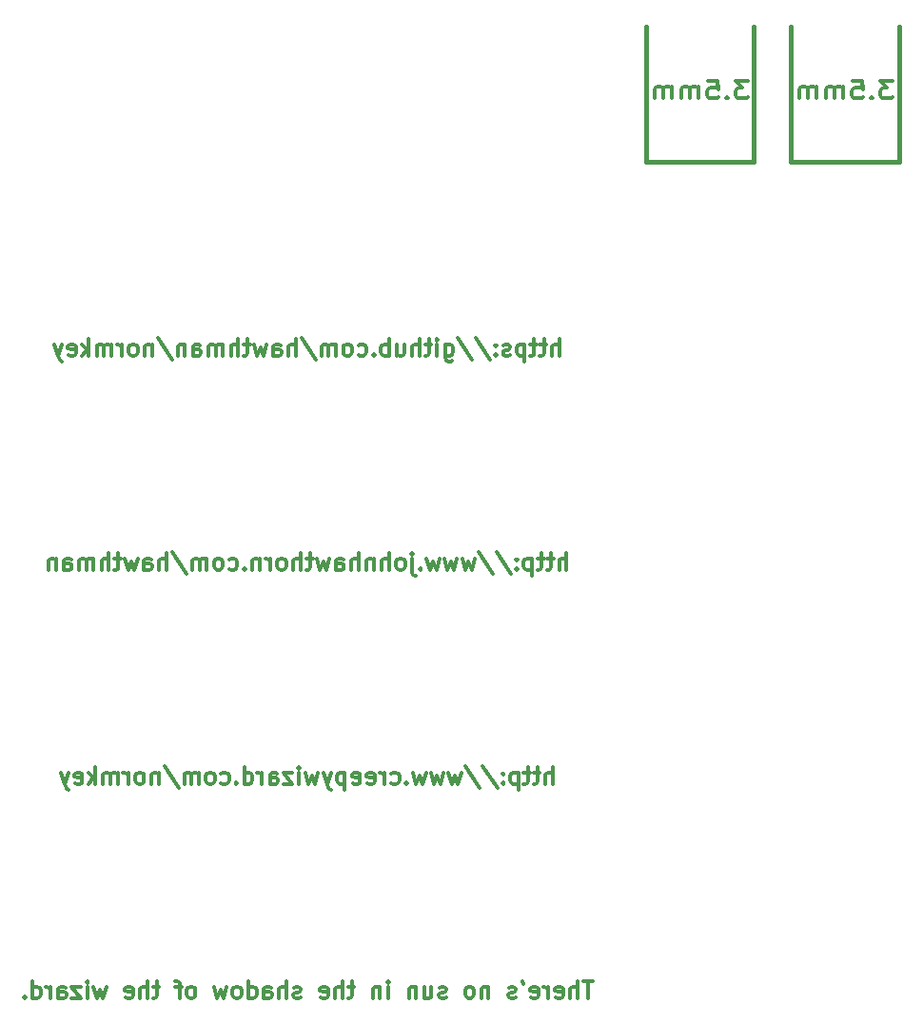
<source format=gbr>
G04 #@! TF.FileFunction,Legend,Bot*
%FSLAX46Y46*%
G04 Gerber Fmt 4.6, Leading zero omitted, Abs format (unit mm)*
G04 Created by KiCad (PCBNEW 4.0.4-stable) date Tue Dec 20 19:00:27 2016*
%MOMM*%
%LPD*%
G01*
G04 APERTURE LIST*
%ADD10C,0.100000*%
%ADD11C,0.300000*%
%ADD12C,0.381000*%
%ADD13C,0.304800*%
G04 APERTURE END LIST*
D10*
D11*
X117007859Y-53408971D02*
X117007859Y-51908971D01*
X116365002Y-53408971D02*
X116365002Y-52623257D01*
X116436431Y-52480400D01*
X116579288Y-52408971D01*
X116793573Y-52408971D01*
X116936431Y-52480400D01*
X117007859Y-52551829D01*
X115865002Y-52408971D02*
X115293573Y-52408971D01*
X115650716Y-51908971D02*
X115650716Y-53194686D01*
X115579288Y-53337543D01*
X115436430Y-53408971D01*
X115293573Y-53408971D01*
X115007859Y-52408971D02*
X114436430Y-52408971D01*
X114793573Y-51908971D02*
X114793573Y-53194686D01*
X114722145Y-53337543D01*
X114579287Y-53408971D01*
X114436430Y-53408971D01*
X113936430Y-52408971D02*
X113936430Y-53908971D01*
X113936430Y-52480400D02*
X113793573Y-52408971D01*
X113507859Y-52408971D01*
X113365002Y-52480400D01*
X113293573Y-52551829D01*
X113222144Y-52694686D01*
X113222144Y-53123257D01*
X113293573Y-53266114D01*
X113365002Y-53337543D01*
X113507859Y-53408971D01*
X113793573Y-53408971D01*
X113936430Y-53337543D01*
X112650716Y-53337543D02*
X112507859Y-53408971D01*
X112222144Y-53408971D01*
X112079287Y-53337543D01*
X112007859Y-53194686D01*
X112007859Y-53123257D01*
X112079287Y-52980400D01*
X112222144Y-52908971D01*
X112436430Y-52908971D01*
X112579287Y-52837543D01*
X112650716Y-52694686D01*
X112650716Y-52623257D01*
X112579287Y-52480400D01*
X112436430Y-52408971D01*
X112222144Y-52408971D01*
X112079287Y-52480400D01*
X111365001Y-53266114D02*
X111293573Y-53337543D01*
X111365001Y-53408971D01*
X111436430Y-53337543D01*
X111365001Y-53266114D01*
X111365001Y-53408971D01*
X111365001Y-52480400D02*
X111293573Y-52551829D01*
X111365001Y-52623257D01*
X111436430Y-52551829D01*
X111365001Y-52480400D01*
X111365001Y-52623257D01*
X109579287Y-51837543D02*
X110865001Y-53766114D01*
X108007858Y-51837543D02*
X109293572Y-53766114D01*
X106865000Y-52408971D02*
X106865000Y-53623257D01*
X106936429Y-53766114D01*
X107007857Y-53837543D01*
X107150714Y-53908971D01*
X107365000Y-53908971D01*
X107507857Y-53837543D01*
X106865000Y-53337543D02*
X107007857Y-53408971D01*
X107293571Y-53408971D01*
X107436429Y-53337543D01*
X107507857Y-53266114D01*
X107579286Y-53123257D01*
X107579286Y-52694686D01*
X107507857Y-52551829D01*
X107436429Y-52480400D01*
X107293571Y-52408971D01*
X107007857Y-52408971D01*
X106865000Y-52480400D01*
X106150714Y-53408971D02*
X106150714Y-52408971D01*
X106150714Y-51908971D02*
X106222143Y-51980400D01*
X106150714Y-52051829D01*
X106079286Y-51980400D01*
X106150714Y-51908971D01*
X106150714Y-52051829D01*
X105650714Y-52408971D02*
X105079285Y-52408971D01*
X105436428Y-51908971D02*
X105436428Y-53194686D01*
X105365000Y-53337543D01*
X105222142Y-53408971D01*
X105079285Y-53408971D01*
X104579285Y-53408971D02*
X104579285Y-51908971D01*
X103936428Y-53408971D02*
X103936428Y-52623257D01*
X104007857Y-52480400D01*
X104150714Y-52408971D01*
X104364999Y-52408971D01*
X104507857Y-52480400D01*
X104579285Y-52551829D01*
X102579285Y-52408971D02*
X102579285Y-53408971D01*
X103222142Y-52408971D02*
X103222142Y-53194686D01*
X103150714Y-53337543D01*
X103007856Y-53408971D01*
X102793571Y-53408971D01*
X102650714Y-53337543D01*
X102579285Y-53266114D01*
X101864999Y-53408971D02*
X101864999Y-51908971D01*
X101864999Y-52480400D02*
X101722142Y-52408971D01*
X101436428Y-52408971D01*
X101293571Y-52480400D01*
X101222142Y-52551829D01*
X101150713Y-52694686D01*
X101150713Y-53123257D01*
X101222142Y-53266114D01*
X101293571Y-53337543D01*
X101436428Y-53408971D01*
X101722142Y-53408971D01*
X101864999Y-53337543D01*
X100507856Y-53266114D02*
X100436428Y-53337543D01*
X100507856Y-53408971D01*
X100579285Y-53337543D01*
X100507856Y-53266114D01*
X100507856Y-53408971D01*
X99150713Y-53337543D02*
X99293570Y-53408971D01*
X99579284Y-53408971D01*
X99722142Y-53337543D01*
X99793570Y-53266114D01*
X99864999Y-53123257D01*
X99864999Y-52694686D01*
X99793570Y-52551829D01*
X99722142Y-52480400D01*
X99579284Y-52408971D01*
X99293570Y-52408971D01*
X99150713Y-52480400D01*
X98293570Y-53408971D02*
X98436428Y-53337543D01*
X98507856Y-53266114D01*
X98579285Y-53123257D01*
X98579285Y-52694686D01*
X98507856Y-52551829D01*
X98436428Y-52480400D01*
X98293570Y-52408971D01*
X98079285Y-52408971D01*
X97936428Y-52480400D01*
X97864999Y-52551829D01*
X97793570Y-52694686D01*
X97793570Y-53123257D01*
X97864999Y-53266114D01*
X97936428Y-53337543D01*
X98079285Y-53408971D01*
X98293570Y-53408971D01*
X97150713Y-53408971D02*
X97150713Y-52408971D01*
X97150713Y-52551829D02*
X97079285Y-52480400D01*
X96936427Y-52408971D01*
X96722142Y-52408971D01*
X96579285Y-52480400D01*
X96507856Y-52623257D01*
X96507856Y-53408971D01*
X96507856Y-52623257D02*
X96436427Y-52480400D01*
X96293570Y-52408971D01*
X96079285Y-52408971D01*
X95936427Y-52480400D01*
X95864999Y-52623257D01*
X95864999Y-53408971D01*
X94079285Y-51837543D02*
X95364999Y-53766114D01*
X93579284Y-53408971D02*
X93579284Y-51908971D01*
X92936427Y-53408971D02*
X92936427Y-52623257D01*
X93007856Y-52480400D01*
X93150713Y-52408971D01*
X93364998Y-52408971D01*
X93507856Y-52480400D01*
X93579284Y-52551829D01*
X91579284Y-53408971D02*
X91579284Y-52623257D01*
X91650713Y-52480400D01*
X91793570Y-52408971D01*
X92079284Y-52408971D01*
X92222141Y-52480400D01*
X91579284Y-53337543D02*
X91722141Y-53408971D01*
X92079284Y-53408971D01*
X92222141Y-53337543D01*
X92293570Y-53194686D01*
X92293570Y-53051829D01*
X92222141Y-52908971D01*
X92079284Y-52837543D01*
X91722141Y-52837543D01*
X91579284Y-52766114D01*
X91007855Y-52408971D02*
X90722141Y-53408971D01*
X90436427Y-52694686D01*
X90150712Y-53408971D01*
X89864998Y-52408971D01*
X89507855Y-52408971D02*
X88936426Y-52408971D01*
X89293569Y-51908971D02*
X89293569Y-53194686D01*
X89222141Y-53337543D01*
X89079283Y-53408971D01*
X88936426Y-53408971D01*
X88436426Y-53408971D02*
X88436426Y-51908971D01*
X87793569Y-53408971D02*
X87793569Y-52623257D01*
X87864998Y-52480400D01*
X88007855Y-52408971D01*
X88222140Y-52408971D01*
X88364998Y-52480400D01*
X88436426Y-52551829D01*
X87079283Y-53408971D02*
X87079283Y-52408971D01*
X87079283Y-52551829D02*
X87007855Y-52480400D01*
X86864997Y-52408971D01*
X86650712Y-52408971D01*
X86507855Y-52480400D01*
X86436426Y-52623257D01*
X86436426Y-53408971D01*
X86436426Y-52623257D02*
X86364997Y-52480400D01*
X86222140Y-52408971D01*
X86007855Y-52408971D01*
X85864997Y-52480400D01*
X85793569Y-52623257D01*
X85793569Y-53408971D01*
X84436426Y-53408971D02*
X84436426Y-52623257D01*
X84507855Y-52480400D01*
X84650712Y-52408971D01*
X84936426Y-52408971D01*
X85079283Y-52480400D01*
X84436426Y-53337543D02*
X84579283Y-53408971D01*
X84936426Y-53408971D01*
X85079283Y-53337543D01*
X85150712Y-53194686D01*
X85150712Y-53051829D01*
X85079283Y-52908971D01*
X84936426Y-52837543D01*
X84579283Y-52837543D01*
X84436426Y-52766114D01*
X83722140Y-52408971D02*
X83722140Y-53408971D01*
X83722140Y-52551829D02*
X83650712Y-52480400D01*
X83507854Y-52408971D01*
X83293569Y-52408971D01*
X83150712Y-52480400D01*
X83079283Y-52623257D01*
X83079283Y-53408971D01*
X81293569Y-51837543D02*
X82579283Y-53766114D01*
X80793568Y-52408971D02*
X80793568Y-53408971D01*
X80793568Y-52551829D02*
X80722140Y-52480400D01*
X80579282Y-52408971D01*
X80364997Y-52408971D01*
X80222140Y-52480400D01*
X80150711Y-52623257D01*
X80150711Y-53408971D01*
X79222139Y-53408971D02*
X79364997Y-53337543D01*
X79436425Y-53266114D01*
X79507854Y-53123257D01*
X79507854Y-52694686D01*
X79436425Y-52551829D01*
X79364997Y-52480400D01*
X79222139Y-52408971D01*
X79007854Y-52408971D01*
X78864997Y-52480400D01*
X78793568Y-52551829D01*
X78722139Y-52694686D01*
X78722139Y-53123257D01*
X78793568Y-53266114D01*
X78864997Y-53337543D01*
X79007854Y-53408971D01*
X79222139Y-53408971D01*
X78079282Y-53408971D02*
X78079282Y-52408971D01*
X78079282Y-52694686D02*
X78007854Y-52551829D01*
X77936425Y-52480400D01*
X77793568Y-52408971D01*
X77650711Y-52408971D01*
X77150711Y-53408971D02*
X77150711Y-52408971D01*
X77150711Y-52551829D02*
X77079283Y-52480400D01*
X76936425Y-52408971D01*
X76722140Y-52408971D01*
X76579283Y-52480400D01*
X76507854Y-52623257D01*
X76507854Y-53408971D01*
X76507854Y-52623257D02*
X76436425Y-52480400D01*
X76293568Y-52408971D01*
X76079283Y-52408971D01*
X75936425Y-52480400D01*
X75864997Y-52623257D01*
X75864997Y-53408971D01*
X75150711Y-53408971D02*
X75150711Y-51908971D01*
X75007854Y-52837543D02*
X74579283Y-53408971D01*
X74579283Y-52408971D02*
X75150711Y-52980400D01*
X73364997Y-53337543D02*
X73507854Y-53408971D01*
X73793568Y-53408971D01*
X73936425Y-53337543D01*
X74007854Y-53194686D01*
X74007854Y-52623257D01*
X73936425Y-52480400D01*
X73793568Y-52408971D01*
X73507854Y-52408971D01*
X73364997Y-52480400D01*
X73293568Y-52623257D01*
X73293568Y-52766114D01*
X74007854Y-52908971D01*
X72793568Y-52408971D02*
X72436425Y-53408971D01*
X72079283Y-52408971D02*
X72436425Y-53408971D01*
X72579283Y-53766114D01*
X72650711Y-53837543D01*
X72793568Y-53908971D01*
X117650717Y-72458971D02*
X117650717Y-70958971D01*
X117007860Y-72458971D02*
X117007860Y-71673257D01*
X117079289Y-71530400D01*
X117222146Y-71458971D01*
X117436431Y-71458971D01*
X117579289Y-71530400D01*
X117650717Y-71601829D01*
X116507860Y-71458971D02*
X115936431Y-71458971D01*
X116293574Y-70958971D02*
X116293574Y-72244686D01*
X116222146Y-72387543D01*
X116079288Y-72458971D01*
X115936431Y-72458971D01*
X115650717Y-71458971D02*
X115079288Y-71458971D01*
X115436431Y-70958971D02*
X115436431Y-72244686D01*
X115365003Y-72387543D01*
X115222145Y-72458971D01*
X115079288Y-72458971D01*
X114579288Y-71458971D02*
X114579288Y-72958971D01*
X114579288Y-71530400D02*
X114436431Y-71458971D01*
X114150717Y-71458971D01*
X114007860Y-71530400D01*
X113936431Y-71601829D01*
X113865002Y-71744686D01*
X113865002Y-72173257D01*
X113936431Y-72316114D01*
X114007860Y-72387543D01*
X114150717Y-72458971D01*
X114436431Y-72458971D01*
X114579288Y-72387543D01*
X113222145Y-72316114D02*
X113150717Y-72387543D01*
X113222145Y-72458971D01*
X113293574Y-72387543D01*
X113222145Y-72316114D01*
X113222145Y-72458971D01*
X113222145Y-71530400D02*
X113150717Y-71601829D01*
X113222145Y-71673257D01*
X113293574Y-71601829D01*
X113222145Y-71530400D01*
X113222145Y-71673257D01*
X111436431Y-70887543D02*
X112722145Y-72816114D01*
X109865002Y-70887543D02*
X111150716Y-72816114D01*
X109507858Y-71458971D02*
X109222144Y-72458971D01*
X108936430Y-71744686D01*
X108650715Y-72458971D01*
X108365001Y-71458971D01*
X107936429Y-71458971D02*
X107650715Y-72458971D01*
X107365001Y-71744686D01*
X107079286Y-72458971D01*
X106793572Y-71458971D01*
X106365000Y-71458971D02*
X106079286Y-72458971D01*
X105793572Y-71744686D01*
X105507857Y-72458971D01*
X105222143Y-71458971D01*
X104650714Y-72316114D02*
X104579286Y-72387543D01*
X104650714Y-72458971D01*
X104722143Y-72387543D01*
X104650714Y-72316114D01*
X104650714Y-72458971D01*
X103936428Y-71458971D02*
X103936428Y-72744686D01*
X104007857Y-72887543D01*
X104150714Y-72958971D01*
X104222142Y-72958971D01*
X103936428Y-70958971D02*
X104007857Y-71030400D01*
X103936428Y-71101829D01*
X103865000Y-71030400D01*
X103936428Y-70958971D01*
X103936428Y-71101829D01*
X103007856Y-72458971D02*
X103150714Y-72387543D01*
X103222142Y-72316114D01*
X103293571Y-72173257D01*
X103293571Y-71744686D01*
X103222142Y-71601829D01*
X103150714Y-71530400D01*
X103007856Y-71458971D01*
X102793571Y-71458971D01*
X102650714Y-71530400D01*
X102579285Y-71601829D01*
X102507856Y-71744686D01*
X102507856Y-72173257D01*
X102579285Y-72316114D01*
X102650714Y-72387543D01*
X102793571Y-72458971D01*
X103007856Y-72458971D01*
X101864999Y-72458971D02*
X101864999Y-70958971D01*
X101222142Y-72458971D02*
X101222142Y-71673257D01*
X101293571Y-71530400D01*
X101436428Y-71458971D01*
X101650713Y-71458971D01*
X101793571Y-71530400D01*
X101864999Y-71601829D01*
X100507856Y-71458971D02*
X100507856Y-72458971D01*
X100507856Y-71601829D02*
X100436428Y-71530400D01*
X100293570Y-71458971D01*
X100079285Y-71458971D01*
X99936428Y-71530400D01*
X99864999Y-71673257D01*
X99864999Y-72458971D01*
X99150713Y-72458971D02*
X99150713Y-70958971D01*
X98507856Y-72458971D02*
X98507856Y-71673257D01*
X98579285Y-71530400D01*
X98722142Y-71458971D01*
X98936427Y-71458971D01*
X99079285Y-71530400D01*
X99150713Y-71601829D01*
X97150713Y-72458971D02*
X97150713Y-71673257D01*
X97222142Y-71530400D01*
X97364999Y-71458971D01*
X97650713Y-71458971D01*
X97793570Y-71530400D01*
X97150713Y-72387543D02*
X97293570Y-72458971D01*
X97650713Y-72458971D01*
X97793570Y-72387543D01*
X97864999Y-72244686D01*
X97864999Y-72101829D01*
X97793570Y-71958971D01*
X97650713Y-71887543D01*
X97293570Y-71887543D01*
X97150713Y-71816114D01*
X96579284Y-71458971D02*
X96293570Y-72458971D01*
X96007856Y-71744686D01*
X95722141Y-72458971D01*
X95436427Y-71458971D01*
X95079284Y-71458971D02*
X94507855Y-71458971D01*
X94864998Y-70958971D02*
X94864998Y-72244686D01*
X94793570Y-72387543D01*
X94650712Y-72458971D01*
X94507855Y-72458971D01*
X94007855Y-72458971D02*
X94007855Y-70958971D01*
X93364998Y-72458971D02*
X93364998Y-71673257D01*
X93436427Y-71530400D01*
X93579284Y-71458971D01*
X93793569Y-71458971D01*
X93936427Y-71530400D01*
X94007855Y-71601829D01*
X92436426Y-72458971D02*
X92579284Y-72387543D01*
X92650712Y-72316114D01*
X92722141Y-72173257D01*
X92722141Y-71744686D01*
X92650712Y-71601829D01*
X92579284Y-71530400D01*
X92436426Y-71458971D01*
X92222141Y-71458971D01*
X92079284Y-71530400D01*
X92007855Y-71601829D01*
X91936426Y-71744686D01*
X91936426Y-72173257D01*
X92007855Y-72316114D01*
X92079284Y-72387543D01*
X92222141Y-72458971D01*
X92436426Y-72458971D01*
X91293569Y-72458971D02*
X91293569Y-71458971D01*
X91293569Y-71744686D02*
X91222141Y-71601829D01*
X91150712Y-71530400D01*
X91007855Y-71458971D01*
X90864998Y-71458971D01*
X90364998Y-71458971D02*
X90364998Y-72458971D01*
X90364998Y-71601829D02*
X90293570Y-71530400D01*
X90150712Y-71458971D01*
X89936427Y-71458971D01*
X89793570Y-71530400D01*
X89722141Y-71673257D01*
X89722141Y-72458971D01*
X89007855Y-72316114D02*
X88936427Y-72387543D01*
X89007855Y-72458971D01*
X89079284Y-72387543D01*
X89007855Y-72316114D01*
X89007855Y-72458971D01*
X87650712Y-72387543D02*
X87793569Y-72458971D01*
X88079283Y-72458971D01*
X88222141Y-72387543D01*
X88293569Y-72316114D01*
X88364998Y-72173257D01*
X88364998Y-71744686D01*
X88293569Y-71601829D01*
X88222141Y-71530400D01*
X88079283Y-71458971D01*
X87793569Y-71458971D01*
X87650712Y-71530400D01*
X86793569Y-72458971D02*
X86936427Y-72387543D01*
X87007855Y-72316114D01*
X87079284Y-72173257D01*
X87079284Y-71744686D01*
X87007855Y-71601829D01*
X86936427Y-71530400D01*
X86793569Y-71458971D01*
X86579284Y-71458971D01*
X86436427Y-71530400D01*
X86364998Y-71601829D01*
X86293569Y-71744686D01*
X86293569Y-72173257D01*
X86364998Y-72316114D01*
X86436427Y-72387543D01*
X86579284Y-72458971D01*
X86793569Y-72458971D01*
X85650712Y-72458971D02*
X85650712Y-71458971D01*
X85650712Y-71601829D02*
X85579284Y-71530400D01*
X85436426Y-71458971D01*
X85222141Y-71458971D01*
X85079284Y-71530400D01*
X85007855Y-71673257D01*
X85007855Y-72458971D01*
X85007855Y-71673257D02*
X84936426Y-71530400D01*
X84793569Y-71458971D01*
X84579284Y-71458971D01*
X84436426Y-71530400D01*
X84364998Y-71673257D01*
X84364998Y-72458971D01*
X82579284Y-70887543D02*
X83864998Y-72816114D01*
X82079283Y-72458971D02*
X82079283Y-70958971D01*
X81436426Y-72458971D02*
X81436426Y-71673257D01*
X81507855Y-71530400D01*
X81650712Y-71458971D01*
X81864997Y-71458971D01*
X82007855Y-71530400D01*
X82079283Y-71601829D01*
X80079283Y-72458971D02*
X80079283Y-71673257D01*
X80150712Y-71530400D01*
X80293569Y-71458971D01*
X80579283Y-71458971D01*
X80722140Y-71530400D01*
X80079283Y-72387543D02*
X80222140Y-72458971D01*
X80579283Y-72458971D01*
X80722140Y-72387543D01*
X80793569Y-72244686D01*
X80793569Y-72101829D01*
X80722140Y-71958971D01*
X80579283Y-71887543D01*
X80222140Y-71887543D01*
X80079283Y-71816114D01*
X79507854Y-71458971D02*
X79222140Y-72458971D01*
X78936426Y-71744686D01*
X78650711Y-72458971D01*
X78364997Y-71458971D01*
X78007854Y-71458971D02*
X77436425Y-71458971D01*
X77793568Y-70958971D02*
X77793568Y-72244686D01*
X77722140Y-72387543D01*
X77579282Y-72458971D01*
X77436425Y-72458971D01*
X76936425Y-72458971D02*
X76936425Y-70958971D01*
X76293568Y-72458971D02*
X76293568Y-71673257D01*
X76364997Y-71530400D01*
X76507854Y-71458971D01*
X76722139Y-71458971D01*
X76864997Y-71530400D01*
X76936425Y-71601829D01*
X75579282Y-72458971D02*
X75579282Y-71458971D01*
X75579282Y-71601829D02*
X75507854Y-71530400D01*
X75364996Y-71458971D01*
X75150711Y-71458971D01*
X75007854Y-71530400D01*
X74936425Y-71673257D01*
X74936425Y-72458971D01*
X74936425Y-71673257D02*
X74864996Y-71530400D01*
X74722139Y-71458971D01*
X74507854Y-71458971D01*
X74364996Y-71530400D01*
X74293568Y-71673257D01*
X74293568Y-72458971D01*
X72936425Y-72458971D02*
X72936425Y-71673257D01*
X73007854Y-71530400D01*
X73150711Y-71458971D01*
X73436425Y-71458971D01*
X73579282Y-71530400D01*
X72936425Y-72387543D02*
X73079282Y-72458971D01*
X73436425Y-72458971D01*
X73579282Y-72387543D01*
X73650711Y-72244686D01*
X73650711Y-72101829D01*
X73579282Y-71958971D01*
X73436425Y-71887543D01*
X73079282Y-71887543D01*
X72936425Y-71816114D01*
X72222139Y-71458971D02*
X72222139Y-72458971D01*
X72222139Y-71601829D02*
X72150711Y-71530400D01*
X72007853Y-71458971D01*
X71793568Y-71458971D01*
X71650711Y-71530400D01*
X71579282Y-71673257D01*
X71579282Y-72458971D01*
X116436430Y-91508971D02*
X116436430Y-90008971D01*
X115793573Y-91508971D02*
X115793573Y-90723257D01*
X115865002Y-90580400D01*
X116007859Y-90508971D01*
X116222144Y-90508971D01*
X116365002Y-90580400D01*
X116436430Y-90651829D01*
X115293573Y-90508971D02*
X114722144Y-90508971D01*
X115079287Y-90008971D02*
X115079287Y-91294686D01*
X115007859Y-91437543D01*
X114865001Y-91508971D01*
X114722144Y-91508971D01*
X114436430Y-90508971D02*
X113865001Y-90508971D01*
X114222144Y-90008971D02*
X114222144Y-91294686D01*
X114150716Y-91437543D01*
X114007858Y-91508971D01*
X113865001Y-91508971D01*
X113365001Y-90508971D02*
X113365001Y-92008971D01*
X113365001Y-90580400D02*
X113222144Y-90508971D01*
X112936430Y-90508971D01*
X112793573Y-90580400D01*
X112722144Y-90651829D01*
X112650715Y-90794686D01*
X112650715Y-91223257D01*
X112722144Y-91366114D01*
X112793573Y-91437543D01*
X112936430Y-91508971D01*
X113222144Y-91508971D01*
X113365001Y-91437543D01*
X112007858Y-91366114D02*
X111936430Y-91437543D01*
X112007858Y-91508971D01*
X112079287Y-91437543D01*
X112007858Y-91366114D01*
X112007858Y-91508971D01*
X112007858Y-90580400D02*
X111936430Y-90651829D01*
X112007858Y-90723257D01*
X112079287Y-90651829D01*
X112007858Y-90580400D01*
X112007858Y-90723257D01*
X110222144Y-89937543D02*
X111507858Y-91866114D01*
X108650715Y-89937543D02*
X109936429Y-91866114D01*
X108293571Y-90508971D02*
X108007857Y-91508971D01*
X107722143Y-90794686D01*
X107436428Y-91508971D01*
X107150714Y-90508971D01*
X106722142Y-90508971D02*
X106436428Y-91508971D01*
X106150714Y-90794686D01*
X105864999Y-91508971D01*
X105579285Y-90508971D01*
X105150713Y-90508971D02*
X104864999Y-91508971D01*
X104579285Y-90794686D01*
X104293570Y-91508971D01*
X104007856Y-90508971D01*
X103436427Y-91366114D02*
X103364999Y-91437543D01*
X103436427Y-91508971D01*
X103507856Y-91437543D01*
X103436427Y-91366114D01*
X103436427Y-91508971D01*
X102079284Y-91437543D02*
X102222141Y-91508971D01*
X102507855Y-91508971D01*
X102650713Y-91437543D01*
X102722141Y-91366114D01*
X102793570Y-91223257D01*
X102793570Y-90794686D01*
X102722141Y-90651829D01*
X102650713Y-90580400D01*
X102507855Y-90508971D01*
X102222141Y-90508971D01*
X102079284Y-90580400D01*
X101436427Y-91508971D02*
X101436427Y-90508971D01*
X101436427Y-90794686D02*
X101364999Y-90651829D01*
X101293570Y-90580400D01*
X101150713Y-90508971D01*
X101007856Y-90508971D01*
X99936428Y-91437543D02*
X100079285Y-91508971D01*
X100364999Y-91508971D01*
X100507856Y-91437543D01*
X100579285Y-91294686D01*
X100579285Y-90723257D01*
X100507856Y-90580400D01*
X100364999Y-90508971D01*
X100079285Y-90508971D01*
X99936428Y-90580400D01*
X99864999Y-90723257D01*
X99864999Y-90866114D01*
X100579285Y-91008971D01*
X98650714Y-91437543D02*
X98793571Y-91508971D01*
X99079285Y-91508971D01*
X99222142Y-91437543D01*
X99293571Y-91294686D01*
X99293571Y-90723257D01*
X99222142Y-90580400D01*
X99079285Y-90508971D01*
X98793571Y-90508971D01*
X98650714Y-90580400D01*
X98579285Y-90723257D01*
X98579285Y-90866114D01*
X99293571Y-91008971D01*
X97936428Y-90508971D02*
X97936428Y-92008971D01*
X97936428Y-90580400D02*
X97793571Y-90508971D01*
X97507857Y-90508971D01*
X97365000Y-90580400D01*
X97293571Y-90651829D01*
X97222142Y-90794686D01*
X97222142Y-91223257D01*
X97293571Y-91366114D01*
X97365000Y-91437543D01*
X97507857Y-91508971D01*
X97793571Y-91508971D01*
X97936428Y-91437543D01*
X96722142Y-90508971D02*
X96364999Y-91508971D01*
X96007857Y-90508971D02*
X96364999Y-91508971D01*
X96507857Y-91866114D01*
X96579285Y-91937543D01*
X96722142Y-92008971D01*
X95579285Y-90508971D02*
X95293571Y-91508971D01*
X95007857Y-90794686D01*
X94722142Y-91508971D01*
X94436428Y-90508971D01*
X93864999Y-91508971D02*
X93864999Y-90508971D01*
X93864999Y-90008971D02*
X93936428Y-90080400D01*
X93864999Y-90151829D01*
X93793571Y-90080400D01*
X93864999Y-90008971D01*
X93864999Y-90151829D01*
X93293570Y-90508971D02*
X92507856Y-90508971D01*
X93293570Y-91508971D01*
X92507856Y-91508971D01*
X91293570Y-91508971D02*
X91293570Y-90723257D01*
X91364999Y-90580400D01*
X91507856Y-90508971D01*
X91793570Y-90508971D01*
X91936427Y-90580400D01*
X91293570Y-91437543D02*
X91436427Y-91508971D01*
X91793570Y-91508971D01*
X91936427Y-91437543D01*
X92007856Y-91294686D01*
X92007856Y-91151829D01*
X91936427Y-91008971D01*
X91793570Y-90937543D01*
X91436427Y-90937543D01*
X91293570Y-90866114D01*
X90579284Y-91508971D02*
X90579284Y-90508971D01*
X90579284Y-90794686D02*
X90507856Y-90651829D01*
X90436427Y-90580400D01*
X90293570Y-90508971D01*
X90150713Y-90508971D01*
X89007856Y-91508971D02*
X89007856Y-90008971D01*
X89007856Y-91437543D02*
X89150713Y-91508971D01*
X89436427Y-91508971D01*
X89579285Y-91437543D01*
X89650713Y-91366114D01*
X89722142Y-91223257D01*
X89722142Y-90794686D01*
X89650713Y-90651829D01*
X89579285Y-90580400D01*
X89436427Y-90508971D01*
X89150713Y-90508971D01*
X89007856Y-90580400D01*
X88293570Y-91366114D02*
X88222142Y-91437543D01*
X88293570Y-91508971D01*
X88364999Y-91437543D01*
X88293570Y-91366114D01*
X88293570Y-91508971D01*
X86936427Y-91437543D02*
X87079284Y-91508971D01*
X87364998Y-91508971D01*
X87507856Y-91437543D01*
X87579284Y-91366114D01*
X87650713Y-91223257D01*
X87650713Y-90794686D01*
X87579284Y-90651829D01*
X87507856Y-90580400D01*
X87364998Y-90508971D01*
X87079284Y-90508971D01*
X86936427Y-90580400D01*
X86079284Y-91508971D02*
X86222142Y-91437543D01*
X86293570Y-91366114D01*
X86364999Y-91223257D01*
X86364999Y-90794686D01*
X86293570Y-90651829D01*
X86222142Y-90580400D01*
X86079284Y-90508971D01*
X85864999Y-90508971D01*
X85722142Y-90580400D01*
X85650713Y-90651829D01*
X85579284Y-90794686D01*
X85579284Y-91223257D01*
X85650713Y-91366114D01*
X85722142Y-91437543D01*
X85864999Y-91508971D01*
X86079284Y-91508971D01*
X84936427Y-91508971D02*
X84936427Y-90508971D01*
X84936427Y-90651829D02*
X84864999Y-90580400D01*
X84722141Y-90508971D01*
X84507856Y-90508971D01*
X84364999Y-90580400D01*
X84293570Y-90723257D01*
X84293570Y-91508971D01*
X84293570Y-90723257D02*
X84222141Y-90580400D01*
X84079284Y-90508971D01*
X83864999Y-90508971D01*
X83722141Y-90580400D01*
X83650713Y-90723257D01*
X83650713Y-91508971D01*
X81864999Y-89937543D02*
X83150713Y-91866114D01*
X81364998Y-90508971D02*
X81364998Y-91508971D01*
X81364998Y-90651829D02*
X81293570Y-90580400D01*
X81150712Y-90508971D01*
X80936427Y-90508971D01*
X80793570Y-90580400D01*
X80722141Y-90723257D01*
X80722141Y-91508971D01*
X79793569Y-91508971D02*
X79936427Y-91437543D01*
X80007855Y-91366114D01*
X80079284Y-91223257D01*
X80079284Y-90794686D01*
X80007855Y-90651829D01*
X79936427Y-90580400D01*
X79793569Y-90508971D01*
X79579284Y-90508971D01*
X79436427Y-90580400D01*
X79364998Y-90651829D01*
X79293569Y-90794686D01*
X79293569Y-91223257D01*
X79364998Y-91366114D01*
X79436427Y-91437543D01*
X79579284Y-91508971D01*
X79793569Y-91508971D01*
X78650712Y-91508971D02*
X78650712Y-90508971D01*
X78650712Y-90794686D02*
X78579284Y-90651829D01*
X78507855Y-90580400D01*
X78364998Y-90508971D01*
X78222141Y-90508971D01*
X77722141Y-91508971D02*
X77722141Y-90508971D01*
X77722141Y-90651829D02*
X77650713Y-90580400D01*
X77507855Y-90508971D01*
X77293570Y-90508971D01*
X77150713Y-90580400D01*
X77079284Y-90723257D01*
X77079284Y-91508971D01*
X77079284Y-90723257D02*
X77007855Y-90580400D01*
X76864998Y-90508971D01*
X76650713Y-90508971D01*
X76507855Y-90580400D01*
X76436427Y-90723257D01*
X76436427Y-91508971D01*
X75722141Y-91508971D02*
X75722141Y-90008971D01*
X75579284Y-90937543D02*
X75150713Y-91508971D01*
X75150713Y-90508971D02*
X75722141Y-91080400D01*
X73936427Y-91437543D02*
X74079284Y-91508971D01*
X74364998Y-91508971D01*
X74507855Y-91437543D01*
X74579284Y-91294686D01*
X74579284Y-90723257D01*
X74507855Y-90580400D01*
X74364998Y-90508971D01*
X74079284Y-90508971D01*
X73936427Y-90580400D01*
X73864998Y-90723257D01*
X73864998Y-90866114D01*
X74579284Y-91008971D01*
X73364998Y-90508971D02*
X73007855Y-91508971D01*
X72650713Y-90508971D02*
X73007855Y-91508971D01*
X73150713Y-91866114D01*
X73222141Y-91937543D01*
X73364998Y-92008971D01*
X120007858Y-109058971D02*
X119150715Y-109058971D01*
X119579286Y-110558971D02*
X119579286Y-109058971D01*
X118650715Y-110558971D02*
X118650715Y-109058971D01*
X118007858Y-110558971D02*
X118007858Y-109773257D01*
X118079287Y-109630400D01*
X118222144Y-109558971D01*
X118436429Y-109558971D01*
X118579287Y-109630400D01*
X118650715Y-109701829D01*
X116722144Y-110487543D02*
X116865001Y-110558971D01*
X117150715Y-110558971D01*
X117293572Y-110487543D01*
X117365001Y-110344686D01*
X117365001Y-109773257D01*
X117293572Y-109630400D01*
X117150715Y-109558971D01*
X116865001Y-109558971D01*
X116722144Y-109630400D01*
X116650715Y-109773257D01*
X116650715Y-109916114D01*
X117365001Y-110058971D01*
X116007858Y-110558971D02*
X116007858Y-109558971D01*
X116007858Y-109844686D02*
X115936430Y-109701829D01*
X115865001Y-109630400D01*
X115722144Y-109558971D01*
X115579287Y-109558971D01*
X114507859Y-110487543D02*
X114650716Y-110558971D01*
X114936430Y-110558971D01*
X115079287Y-110487543D01*
X115150716Y-110344686D01*
X115150716Y-109773257D01*
X115079287Y-109630400D01*
X114936430Y-109558971D01*
X114650716Y-109558971D01*
X114507859Y-109630400D01*
X114436430Y-109773257D01*
X114436430Y-109916114D01*
X115150716Y-110058971D01*
X113722145Y-109058971D02*
X113865002Y-109344686D01*
X113150716Y-110487543D02*
X113007859Y-110558971D01*
X112722144Y-110558971D01*
X112579287Y-110487543D01*
X112507859Y-110344686D01*
X112507859Y-110273257D01*
X112579287Y-110130400D01*
X112722144Y-110058971D01*
X112936430Y-110058971D01*
X113079287Y-109987543D01*
X113150716Y-109844686D01*
X113150716Y-109773257D01*
X113079287Y-109630400D01*
X112936430Y-109558971D01*
X112722144Y-109558971D01*
X112579287Y-109630400D01*
X110722144Y-109558971D02*
X110722144Y-110558971D01*
X110722144Y-109701829D02*
X110650716Y-109630400D01*
X110507858Y-109558971D01*
X110293573Y-109558971D01*
X110150716Y-109630400D01*
X110079287Y-109773257D01*
X110079287Y-110558971D01*
X109150715Y-110558971D02*
X109293573Y-110487543D01*
X109365001Y-110416114D01*
X109436430Y-110273257D01*
X109436430Y-109844686D01*
X109365001Y-109701829D01*
X109293573Y-109630400D01*
X109150715Y-109558971D01*
X108936430Y-109558971D01*
X108793573Y-109630400D01*
X108722144Y-109701829D01*
X108650715Y-109844686D01*
X108650715Y-110273257D01*
X108722144Y-110416114D01*
X108793573Y-110487543D01*
X108936430Y-110558971D01*
X109150715Y-110558971D01*
X106936430Y-110487543D02*
X106793573Y-110558971D01*
X106507858Y-110558971D01*
X106365001Y-110487543D01*
X106293573Y-110344686D01*
X106293573Y-110273257D01*
X106365001Y-110130400D01*
X106507858Y-110058971D01*
X106722144Y-110058971D01*
X106865001Y-109987543D01*
X106936430Y-109844686D01*
X106936430Y-109773257D01*
X106865001Y-109630400D01*
X106722144Y-109558971D01*
X106507858Y-109558971D01*
X106365001Y-109630400D01*
X105007858Y-109558971D02*
X105007858Y-110558971D01*
X105650715Y-109558971D02*
X105650715Y-110344686D01*
X105579287Y-110487543D01*
X105436429Y-110558971D01*
X105222144Y-110558971D01*
X105079287Y-110487543D01*
X105007858Y-110416114D01*
X104293572Y-109558971D02*
X104293572Y-110558971D01*
X104293572Y-109701829D02*
X104222144Y-109630400D01*
X104079286Y-109558971D01*
X103865001Y-109558971D01*
X103722144Y-109630400D01*
X103650715Y-109773257D01*
X103650715Y-110558971D01*
X101793572Y-110558971D02*
X101793572Y-109558971D01*
X101793572Y-109058971D02*
X101865001Y-109130400D01*
X101793572Y-109201829D01*
X101722144Y-109130400D01*
X101793572Y-109058971D01*
X101793572Y-109201829D01*
X101079286Y-109558971D02*
X101079286Y-110558971D01*
X101079286Y-109701829D02*
X101007858Y-109630400D01*
X100865000Y-109558971D01*
X100650715Y-109558971D01*
X100507858Y-109630400D01*
X100436429Y-109773257D01*
X100436429Y-110558971D01*
X98793572Y-109558971D02*
X98222143Y-109558971D01*
X98579286Y-109058971D02*
X98579286Y-110344686D01*
X98507858Y-110487543D01*
X98365000Y-110558971D01*
X98222143Y-110558971D01*
X97722143Y-110558971D02*
X97722143Y-109058971D01*
X97079286Y-110558971D02*
X97079286Y-109773257D01*
X97150715Y-109630400D01*
X97293572Y-109558971D01*
X97507857Y-109558971D01*
X97650715Y-109630400D01*
X97722143Y-109701829D01*
X95793572Y-110487543D02*
X95936429Y-110558971D01*
X96222143Y-110558971D01*
X96365000Y-110487543D01*
X96436429Y-110344686D01*
X96436429Y-109773257D01*
X96365000Y-109630400D01*
X96222143Y-109558971D01*
X95936429Y-109558971D01*
X95793572Y-109630400D01*
X95722143Y-109773257D01*
X95722143Y-109916114D01*
X96436429Y-110058971D01*
X94007858Y-110487543D02*
X93865001Y-110558971D01*
X93579286Y-110558971D01*
X93436429Y-110487543D01*
X93365001Y-110344686D01*
X93365001Y-110273257D01*
X93436429Y-110130400D01*
X93579286Y-110058971D01*
X93793572Y-110058971D01*
X93936429Y-109987543D01*
X94007858Y-109844686D01*
X94007858Y-109773257D01*
X93936429Y-109630400D01*
X93793572Y-109558971D01*
X93579286Y-109558971D01*
X93436429Y-109630400D01*
X92722143Y-110558971D02*
X92722143Y-109058971D01*
X92079286Y-110558971D02*
X92079286Y-109773257D01*
X92150715Y-109630400D01*
X92293572Y-109558971D01*
X92507857Y-109558971D01*
X92650715Y-109630400D01*
X92722143Y-109701829D01*
X90722143Y-110558971D02*
X90722143Y-109773257D01*
X90793572Y-109630400D01*
X90936429Y-109558971D01*
X91222143Y-109558971D01*
X91365000Y-109630400D01*
X90722143Y-110487543D02*
X90865000Y-110558971D01*
X91222143Y-110558971D01*
X91365000Y-110487543D01*
X91436429Y-110344686D01*
X91436429Y-110201829D01*
X91365000Y-110058971D01*
X91222143Y-109987543D01*
X90865000Y-109987543D01*
X90722143Y-109916114D01*
X89365000Y-110558971D02*
X89365000Y-109058971D01*
X89365000Y-110487543D02*
X89507857Y-110558971D01*
X89793571Y-110558971D01*
X89936429Y-110487543D01*
X90007857Y-110416114D01*
X90079286Y-110273257D01*
X90079286Y-109844686D01*
X90007857Y-109701829D01*
X89936429Y-109630400D01*
X89793571Y-109558971D01*
X89507857Y-109558971D01*
X89365000Y-109630400D01*
X88436428Y-110558971D02*
X88579286Y-110487543D01*
X88650714Y-110416114D01*
X88722143Y-110273257D01*
X88722143Y-109844686D01*
X88650714Y-109701829D01*
X88579286Y-109630400D01*
X88436428Y-109558971D01*
X88222143Y-109558971D01*
X88079286Y-109630400D01*
X88007857Y-109701829D01*
X87936428Y-109844686D01*
X87936428Y-110273257D01*
X88007857Y-110416114D01*
X88079286Y-110487543D01*
X88222143Y-110558971D01*
X88436428Y-110558971D01*
X87436428Y-109558971D02*
X87150714Y-110558971D01*
X86865000Y-109844686D01*
X86579285Y-110558971D01*
X86293571Y-109558971D01*
X84364999Y-110558971D02*
X84507857Y-110487543D01*
X84579285Y-110416114D01*
X84650714Y-110273257D01*
X84650714Y-109844686D01*
X84579285Y-109701829D01*
X84507857Y-109630400D01*
X84364999Y-109558971D01*
X84150714Y-109558971D01*
X84007857Y-109630400D01*
X83936428Y-109701829D01*
X83864999Y-109844686D01*
X83864999Y-110273257D01*
X83936428Y-110416114D01*
X84007857Y-110487543D01*
X84150714Y-110558971D01*
X84364999Y-110558971D01*
X83436428Y-109558971D02*
X82864999Y-109558971D01*
X83222142Y-110558971D02*
X83222142Y-109273257D01*
X83150714Y-109130400D01*
X83007856Y-109058971D01*
X82864999Y-109058971D01*
X81436428Y-109558971D02*
X80864999Y-109558971D01*
X81222142Y-109058971D02*
X81222142Y-110344686D01*
X81150714Y-110487543D01*
X81007856Y-110558971D01*
X80864999Y-110558971D01*
X80364999Y-110558971D02*
X80364999Y-109058971D01*
X79722142Y-110558971D02*
X79722142Y-109773257D01*
X79793571Y-109630400D01*
X79936428Y-109558971D01*
X80150713Y-109558971D01*
X80293571Y-109630400D01*
X80364999Y-109701829D01*
X78436428Y-110487543D02*
X78579285Y-110558971D01*
X78864999Y-110558971D01*
X79007856Y-110487543D01*
X79079285Y-110344686D01*
X79079285Y-109773257D01*
X79007856Y-109630400D01*
X78864999Y-109558971D01*
X78579285Y-109558971D01*
X78436428Y-109630400D01*
X78364999Y-109773257D01*
X78364999Y-109916114D01*
X79079285Y-110058971D01*
X76722142Y-109558971D02*
X76436428Y-110558971D01*
X76150714Y-109844686D01*
X75864999Y-110558971D01*
X75579285Y-109558971D01*
X75007856Y-110558971D02*
X75007856Y-109558971D01*
X75007856Y-109058971D02*
X75079285Y-109130400D01*
X75007856Y-109201829D01*
X74936428Y-109130400D01*
X75007856Y-109058971D01*
X75007856Y-109201829D01*
X74436427Y-109558971D02*
X73650713Y-109558971D01*
X74436427Y-110558971D01*
X73650713Y-110558971D01*
X72436427Y-110558971D02*
X72436427Y-109773257D01*
X72507856Y-109630400D01*
X72650713Y-109558971D01*
X72936427Y-109558971D01*
X73079284Y-109630400D01*
X72436427Y-110487543D02*
X72579284Y-110558971D01*
X72936427Y-110558971D01*
X73079284Y-110487543D01*
X73150713Y-110344686D01*
X73150713Y-110201829D01*
X73079284Y-110058971D01*
X72936427Y-109987543D01*
X72579284Y-109987543D01*
X72436427Y-109916114D01*
X71722141Y-110558971D02*
X71722141Y-109558971D01*
X71722141Y-109844686D02*
X71650713Y-109701829D01*
X71579284Y-109630400D01*
X71436427Y-109558971D01*
X71293570Y-109558971D01*
X70150713Y-110558971D02*
X70150713Y-109058971D01*
X70150713Y-110487543D02*
X70293570Y-110558971D01*
X70579284Y-110558971D01*
X70722142Y-110487543D01*
X70793570Y-110416114D01*
X70864999Y-110273257D01*
X70864999Y-109844686D01*
X70793570Y-109701829D01*
X70722142Y-109630400D01*
X70579284Y-109558971D01*
X70293570Y-109558971D01*
X70150713Y-109630400D01*
X69436427Y-110416114D02*
X69364999Y-110487543D01*
X69436427Y-110558971D01*
X69507856Y-110487543D01*
X69436427Y-110416114D01*
X69436427Y-110558971D01*
D12*
X134340600Y-24130000D02*
X134340600Y-36195000D01*
X134340600Y-36195000D02*
X124739400Y-36195000D01*
X124739400Y-36195000D02*
X124739400Y-24130000D01*
X147243800Y-24130000D02*
X147243800Y-36195000D01*
X147243800Y-36195000D02*
X137642600Y-36195000D01*
X137642600Y-36195000D02*
X137642600Y-24130000D01*
D13*
X133773333Y-29010429D02*
X132672666Y-29010429D01*
X133265333Y-29591000D01*
X133011333Y-29591000D01*
X132842000Y-29663571D01*
X132757333Y-29736143D01*
X132672666Y-29881286D01*
X132672666Y-30244143D01*
X132757333Y-30389286D01*
X132842000Y-30461857D01*
X133011333Y-30534429D01*
X133519333Y-30534429D01*
X133688666Y-30461857D01*
X133773333Y-30389286D01*
X131910667Y-30389286D02*
X131826000Y-30461857D01*
X131910667Y-30534429D01*
X131995333Y-30461857D01*
X131910667Y-30389286D01*
X131910667Y-30534429D01*
X130217333Y-29010429D02*
X131064000Y-29010429D01*
X131148666Y-29736143D01*
X131064000Y-29663571D01*
X130894666Y-29591000D01*
X130471333Y-29591000D01*
X130302000Y-29663571D01*
X130217333Y-29736143D01*
X130132666Y-29881286D01*
X130132666Y-30244143D01*
X130217333Y-30389286D01*
X130302000Y-30461857D01*
X130471333Y-30534429D01*
X130894666Y-30534429D01*
X131064000Y-30461857D01*
X131148666Y-30389286D01*
X129370667Y-30534429D02*
X129370667Y-29518429D01*
X129370667Y-29663571D02*
X129286000Y-29591000D01*
X129116667Y-29518429D01*
X128862667Y-29518429D01*
X128693333Y-29591000D01*
X128608667Y-29736143D01*
X128608667Y-30534429D01*
X128608667Y-29736143D02*
X128524000Y-29591000D01*
X128354667Y-29518429D01*
X128100667Y-29518429D01*
X127931333Y-29591000D01*
X127846667Y-29736143D01*
X127846667Y-30534429D01*
X127000000Y-30534429D02*
X127000000Y-29518429D01*
X127000000Y-29663571D02*
X126915333Y-29591000D01*
X126746000Y-29518429D01*
X126492000Y-29518429D01*
X126322666Y-29591000D01*
X126238000Y-29736143D01*
X126238000Y-30534429D01*
X126238000Y-29736143D02*
X126153333Y-29591000D01*
X125984000Y-29518429D01*
X125730000Y-29518429D01*
X125560666Y-29591000D01*
X125476000Y-29736143D01*
X125476000Y-30534429D01*
X146676533Y-29010429D02*
X145575866Y-29010429D01*
X146168533Y-29591000D01*
X145914533Y-29591000D01*
X145745200Y-29663571D01*
X145660533Y-29736143D01*
X145575866Y-29881286D01*
X145575866Y-30244143D01*
X145660533Y-30389286D01*
X145745200Y-30461857D01*
X145914533Y-30534429D01*
X146422533Y-30534429D01*
X146591866Y-30461857D01*
X146676533Y-30389286D01*
X144813867Y-30389286D02*
X144729200Y-30461857D01*
X144813867Y-30534429D01*
X144898533Y-30461857D01*
X144813867Y-30389286D01*
X144813867Y-30534429D01*
X143120533Y-29010429D02*
X143967200Y-29010429D01*
X144051866Y-29736143D01*
X143967200Y-29663571D01*
X143797866Y-29591000D01*
X143374533Y-29591000D01*
X143205200Y-29663571D01*
X143120533Y-29736143D01*
X143035866Y-29881286D01*
X143035866Y-30244143D01*
X143120533Y-30389286D01*
X143205200Y-30461857D01*
X143374533Y-30534429D01*
X143797866Y-30534429D01*
X143967200Y-30461857D01*
X144051866Y-30389286D01*
X142273867Y-30534429D02*
X142273867Y-29518429D01*
X142273867Y-29663571D02*
X142189200Y-29591000D01*
X142019867Y-29518429D01*
X141765867Y-29518429D01*
X141596533Y-29591000D01*
X141511867Y-29736143D01*
X141511867Y-30534429D01*
X141511867Y-29736143D02*
X141427200Y-29591000D01*
X141257867Y-29518429D01*
X141003867Y-29518429D01*
X140834533Y-29591000D01*
X140749867Y-29736143D01*
X140749867Y-30534429D01*
X139903200Y-30534429D02*
X139903200Y-29518429D01*
X139903200Y-29663571D02*
X139818533Y-29591000D01*
X139649200Y-29518429D01*
X139395200Y-29518429D01*
X139225866Y-29591000D01*
X139141200Y-29736143D01*
X139141200Y-30534429D01*
X139141200Y-29736143D02*
X139056533Y-29591000D01*
X138887200Y-29518429D01*
X138633200Y-29518429D01*
X138463866Y-29591000D01*
X138379200Y-29736143D01*
X138379200Y-30534429D01*
M02*

</source>
